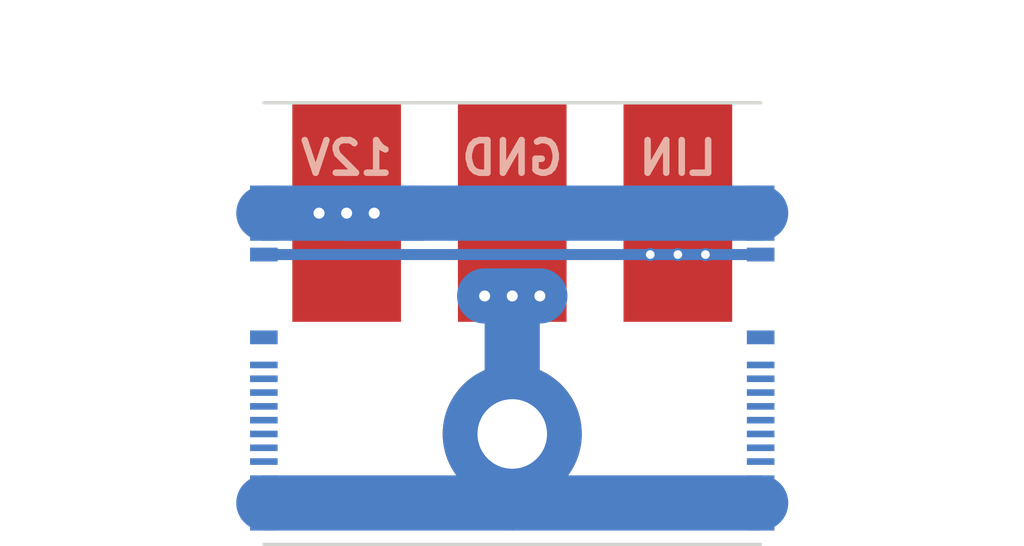
<source format=kicad_pcb>
(kicad_pcb (version 20221018) (generator pcbnew)
  (layers (0 "F.Cu" signal) (31 "B.Cu" signal) (34 "B.Paste" user) (35 "F.Paste" user) (36 "B.SilkS" user "B.Silkscreen") (37 "F.SilkS" user "F.Silkscreen") (38 "B.Mask" user) (39 "F.Mask" user) (44 "Edge.Cuts" user))
  (net 0 "")
  (net 1 "Net-(J1-Pad1)")
  (net 2 "Net-(J2-Pad1)")
  (net 3 "Net-(J3-Pad1)")
  (footprint "interface:interface" (layer "F.Cu") (at 128.27 104.775)
    (fp_text reference "X1" hide)
    (fp_text value "interface" hide)
    (pad "1" smd rect (at 0 4.445) (size 1.27 2.54) (layers "B.Cu") (net 1 "Net-(J1-Pad1)"))
    (pad "2" smd rect (at 0 17.78) (size 1.27 2.54) (layers "B.Cu") (net 3 "Net-(J3-Pad1)"))
    (pad "3" smd rect (at 0 6.35) (size 1.27 0.635) (layers "B.Cu") (net 2 "Net-(J2-Pad1)"))
    (pad "4" smd rect (at 0 10.16) (size 1.27 0.635) (layers "B.Cu"))
    (pad "5" smd rect (at 0 11.43) (size 1.27 0.3048) (layers "B.Cu"))
    (pad "6" smd rect (at 0 12.065) (size 1.27 0.3048) (layers "B.Cu"))
    (pad "7" smd rect (at 0 12.7) (size 1.27 0.3048) (layers "B.Cu"))
    (pad "8" smd rect (at 0 13.335) (size 1.27 0.3048) (layers "B.Cu"))
    (pad "9" smd rect (at 0 13.97) (size 1.27 0.3048) (layers "B.Cu"))
    (pad "10" smd rect (at 0 14.605) (size 1.27 0.3048) (layers "B.Cu"))
    (pad "11" smd rect (at 0 15.24) (size 1.27 0.3048) (layers "B.Cu"))
    (pad "12" smd rect (at 0 15.875) (size 1.27 0.3048) (layers "B.Cu"))
  )
  (footprint "interface:interface" (layer "F.Cu") (at 151.13 104.775)
    (fp_text reference "X2" hide)
    (fp_text value "interface" hide)
    (pad "1" smd rect (at 0 4.445) (size 1.27 2.54) (layers "B.Cu") (net 1 "Net-(J1-Pad1)"))
    (pad "2" smd rect (at 0 17.78) (size 1.27 2.54) (layers "B.Cu") (net 3 "Net-(J3-Pad1)"))
    (pad "3" smd rect (at 0 6.35) (size 1.27 0.635) (layers "B.Cu") (net 2 "Net-(J2-Pad1)"))
    (pad "4" smd rect (at 0 10.16) (size 1.27 0.635) (layers "B.Cu"))
    (pad "5" smd rect (at 0 11.43) (size 1.27 0.3048) (layers "B.Cu"))
    (pad "6" smd rect (at 0 12.065) (size 1.27 0.3048) (layers "B.Cu"))
    (pad "7" smd rect (at 0 12.7) (size 1.27 0.3048) (layers "B.Cu"))
    (pad "8" smd rect (at 0 13.335) (size 1.27 0.3048) (layers "B.Cu"))
    (pad "9" smd rect (at 0 13.97) (size 1.27 0.3048) (layers "B.Cu"))
    (pad "10" smd rect (at 0 14.605) (size 1.27 0.3048) (layers "B.Cu"))
    (pad "11" smd rect (at 0 15.24) (size 1.27 0.3048) (layers "B.Cu"))
    (pad "12" smd rect (at 0 15.875) (size 1.27 0.3048) (layers "B.Cu"))
  )
  (footprint "Mounting_Holes:MountingHole_3.2mm_M3_Pad" (layer "F.Cu") (at 139.7 119.38)
    (fp_text reference "MK1" hide)
    (fp_text value "Mounting_Hole_PAD")
    (pad "1" thru_hole circle (at 0 0) (size 6.4 6.4) (drill 3.2) (layers "*.Cu" "*.Mask") (net 3 "Net-(J3-Pad1)"))
  )
  (footprint "Wire_Pads:SolderWirePad_single_SMD_5x10mm" (layer "F.Cu") (at 132.08 109.22 180)
    (fp_text reference "J1" hide)
    (fp_text value "Conn_01x01")
    (pad "1" smd rect (at 0 0 180) (size 5 10) (layers "F.Cu" "F.Paste" "F.Mask") (net 1 "Net-(J1-Pad1)"))
  )
  (footprint "Wire_Pads:SolderWirePad_single_SMD_5x10mm" (layer "F.Cu") (at 147.32 109.22 180)
    (fp_text reference "J2" hide)
    (fp_text value "Conn_01x01")
    (pad "1" smd rect (at 0 0 180) (size 5 10) (layers "F.Cu" "F.Paste" "F.Mask") (net 2 "Net-(J2-Pad1)"))
  )
  (footprint "Wire_Pads:SolderWirePad_single_SMD_5x10mm" (layer "F.Cu") (at 139.7 109.22)
    (fp_text reference "J3" hide)
    (fp_text value "Conn_01x01")
    (pad "1" smd rect (at 0 0) (size 5 10) (layers "F.Cu" "F.Paste" "F.Mask") (net 3 "Net-(J3-Pad1)"))
  )
  (gr_line (start 128.27 124.46) (end 151.13 124.46) (stroke (width 0.15)) (layer "Edge.Cuts"))
  (gr_line (start 128.27 104.14) (end 151.13 104.14) (stroke (width 0.15)) (layer "Edge.Cuts"))
  (gr_text "GND" (at 139.7 106.68) (layer "B.SilkS") (effects (font (size 1.5 1.5) (thickness 0.3)) (justify mirror)))
  (gr_text "LIN" (at 147.32 106.68) (layer "B.SilkS") (effects (font (size 1.5 1.5) (thickness 0.3)) (justify mirror)))
  (gr_text "12V" (at 132.08 106.68) (layer "B.SilkS") (effects (font (size 1.5 1.5) (thickness 0.3)) (justify mirror)))
  (via (at 130.81 109.22) (size 0.762) (drill 0.508) (layers "F.Cu" "B.Cu") (net 1))
  (via (at 132.079962 109.22) (size 0.762) (drill 0.508) (layers "F.Cu" "B.Cu") (net 1))
  (via (at 133.35 109.22) (size 0.762) (drill 0.508) (layers "F.Cu" "B.Cu") (net 1))
  (segment (start 135.548998 109.22) (end 132.079962 109.22) (width 2.54) (layer "B.Cu") (net 1))
  (segment (start 130.81 109.22) (end 132.079962 109.22) (width 2.54) (layer "B.Cu") (net 1))
  (segment (start 132.588 109.22) (end 132.079962 109.22) (width 2.54) (layer "B.Cu") (net 1))
  (segment (start 133.35 109.22) (end 132.079962 109.22) (width 2.54) (layer "B.Cu") (net 1))
  (segment (start 128.27 109.22) (end 130.81 109.22) (width 2.54) (layer "B.Cu") (net 1))
  (segment (start 133.35 109.22) (end 151.13 109.22) (width 2.54) (layer "B.Cu") (net 1))
  (via (at 146.05 111.125) (size 0.6) (drill 0.4) (layers "F.Cu" "B.Cu") (net 2))
  (via (at 148.59 111.125) (size 0.6) (drill 0.4) (layers "F.Cu" "B.Cu") (net 2))
  (via (at 147.32 111.125) (size 0.6) (drill 0.4) (layers "F.Cu" "B.Cu") (net 2))
  (segment (start 143.002 111.125) (end 128.27 111.125) (width 0.508) (layer "B.Cu") (net 2))
  (segment (start 148.59 111.125) (end 148.082 111.125) (width 0.508) (layer "B.Cu") (net 2))
  (segment (start 147.32 111.125) (end 146.05 111.125) (width 0.508) (layer "B.Cu") (net 2))
  (segment (start 148.082 111.125) (end 147.32 111.125) (width 0.508) (layer "B.Cu") (net 2))
  (segment (start 146.05 111.125) (end 143.002 111.125) (width 0.508) (layer "B.Cu") (net 2))
  (segment (start 151.13 111.125) (end 148.59 111.125) (width 0.508) (layer "B.Cu") (net 2))
  (via (at 140.97 113.03) (size 0.762) (drill 0.508) (layers "F.Cu" "B.Cu") (net 3))
  (via (at 138.43 113.03) (size 0.762) (drill 0.508) (layers "F.Cu" "B.Cu") (net 3))
  (via (at 139.7 113.03) (size 0.762) (drill 0.508) (layers "F.Cu" "B.Cu") (net 3))
  (segment (start 139.7 113.03) (end 140.97 113.03) (width 2.54) (layer "B.Cu") (net 3))
  (segment (start 139.7 119.38) (end 139.7 122.555) (width 2.54) (layer "B.Cu") (net 3))
  (segment (start 128.27 122.555) (end 139.7 122.555) (width 2.54) (layer "B.Cu") (net 3))
  (segment (start 139.7 119.38) (end 139.7 113.03) (width 2.54) (layer "B.Cu") (net 3))
  (segment (start 139.7 113.03) (end 138.43 113.03) (width 2.54) (layer "B.Cu") (net 3))
  (segment (start 139.7 122.555) (end 151.13 122.555) (width 2.54) (layer "B.Cu") (net 3))
)
</source>
